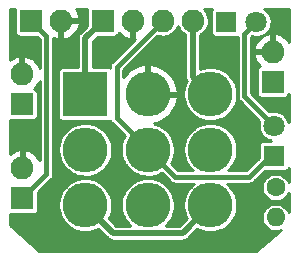
<source format=gtl>
G04 #@! TF.GenerationSoftware,KiCad,Pcbnew,(5.99.0-1105-g741783c6d)*
G04 #@! TF.CreationDate,2020-03-14T19:36:21+02:00*
G04 #@! TF.ProjectId,3pdt-basic,33706474-2d62-4617-9369-632e6b696361,rev?*
G04 #@! TF.SameCoordinates,Original*
G04 #@! TF.FileFunction,Copper,L1,Top*
G04 #@! TF.FilePolarity,Positive*
%FSLAX46Y46*%
G04 Gerber Fmt 4.6, Leading zero omitted, Abs format (unit mm)*
G04 Created by KiCad (PCBNEW (5.99.0-1105-g741783c6d)) date 2020-03-14 19:36:21*
%MOMM*%
%LPD*%
G01*
G04 APERTURE LIST*
G04 #@! TA.AperFunction,ComponentPad*
%ADD10C,1.800000*%
G04 #@! TD*
G04 #@! TA.AperFunction,ComponentPad*
%ADD11R,1.800000X1.800000*%
G04 #@! TD*
G04 #@! TA.AperFunction,ComponentPad*
%ADD12O,3.816000X3.816000*%
G04 #@! TD*
G04 #@! TA.AperFunction,ComponentPad*
%ADD13R,3.816000X3.816000*%
G04 #@! TD*
G04 #@! TA.AperFunction,ComponentPad*
%ADD14O,1.930400X1.930400*%
G04 #@! TD*
G04 #@! TA.AperFunction,ComponentPad*
%ADD15R,1.930400X1.930400*%
G04 #@! TD*
G04 #@! TA.AperFunction,ComponentPad*
%ADD16O,1.600000X1.600000*%
G04 #@! TD*
G04 #@! TA.AperFunction,ComponentPad*
%ADD17C,1.600000*%
G04 #@! TD*
G04 #@! TA.AperFunction,Conductor*
%ADD18C,0.381000*%
G04 #@! TD*
G04 #@! TA.AperFunction,Conductor*
%ADD19C,0.508000*%
G04 #@! TD*
G04 #@! TA.AperFunction,Conductor*
%ADD20C,0.254000*%
G04 #@! TD*
G04 APERTURE END LIST*
D10*
X156921200Y-83820000D03*
D11*
X154381200Y-83820000D03*
D12*
X153026400Y-99340400D03*
X153026400Y-94640400D03*
X153026400Y-89940400D03*
X147726400Y-99340400D03*
X147726400Y-94640400D03*
X147726400Y-89940400D03*
X142426400Y-99340400D03*
X142426400Y-94640400D03*
D13*
X142426400Y-89940400D03*
D14*
X137109200Y-96215200D03*
D15*
X137109200Y-98755200D03*
D14*
X140360400Y-83718400D03*
D15*
X137820400Y-83718400D03*
D14*
X151536400Y-83718400D03*
X148996400Y-83718400D03*
X146456400Y-83718400D03*
D15*
X143916400Y-83718400D03*
D16*
X158546800Y-100380800D03*
D17*
X158546800Y-97840800D03*
D10*
X158394400Y-92608400D03*
D11*
X158394400Y-95148400D03*
D15*
X137058400Y-90805000D03*
D14*
X137058400Y-88265000D03*
D15*
X158292800Y-88900000D03*
D14*
X158292800Y-86360000D03*
D18*
X137109200Y-98755200D02*
X139141200Y-96723200D01*
X139141200Y-96723200D02*
X139141200Y-85039200D01*
X139141200Y-85039200D02*
X137820400Y-83718400D01*
X147726400Y-94640400D02*
X145084800Y-91998800D01*
X145084800Y-91998800D02*
X145084800Y-87630000D01*
X145084800Y-87630000D02*
X148996400Y-83718400D01*
X158394400Y-92608400D02*
X155905200Y-90119200D01*
X155905200Y-90119200D02*
X155905200Y-84836000D01*
X155905200Y-84836000D02*
X156921200Y-83820000D01*
X158394400Y-94843600D02*
X156299099Y-96938901D01*
X156299099Y-96938901D02*
X150024901Y-96938901D01*
X150024901Y-96938901D02*
X147726400Y-94640400D01*
D19*
X142426400Y-99340400D02*
X144788401Y-101702401D01*
X144788401Y-101702401D02*
X150664399Y-101702401D01*
X150664399Y-101702401D02*
X153026400Y-99340400D01*
X151536400Y-83718400D02*
X151536400Y-88450400D01*
X151536400Y-88450400D02*
X153026400Y-89940400D01*
X142426400Y-89940400D02*
X142426400Y-85208400D01*
X142426400Y-85208400D02*
X143916400Y-83718400D01*
G36*
X142567437Y-82734690D02*
G01*
X142566224Y-82747010D01*
X142566224Y-84169138D01*
X141996315Y-84739047D01*
X141940256Y-84786086D01*
X141926085Y-84802975D01*
X141889499Y-84866343D01*
X141847517Y-84926299D01*
X141838199Y-84946283D01*
X141833743Y-84962915D01*
X141825135Y-84977824D01*
X141817594Y-84998542D01*
X141804885Y-85070616D01*
X141785945Y-85141303D01*
X141784024Y-85163265D01*
X141790401Y-85236166D01*
X141790400Y-87647424D01*
X140512210Y-87647424D01*
X140499890Y-87648637D01*
X140382542Y-87671979D01*
X140359611Y-87681477D01*
X140254956Y-87751405D01*
X140237405Y-87768956D01*
X140167477Y-87873611D01*
X140157979Y-87896542D01*
X140134637Y-88013890D01*
X140133424Y-88026210D01*
X140133424Y-91854590D01*
X140134637Y-91866910D01*
X140157979Y-91984258D01*
X140167477Y-92007189D01*
X140237405Y-92111844D01*
X140254956Y-92129395D01*
X140359611Y-92199323D01*
X140382542Y-92208821D01*
X140499890Y-92232163D01*
X140512210Y-92233376D01*
X144340590Y-92233376D01*
X144352910Y-92232163D01*
X144470258Y-92208821D01*
X144493189Y-92199323D01*
X144534017Y-92172043D01*
X144536584Y-92186601D01*
X144544124Y-92207316D01*
X144551317Y-92219777D01*
X144555041Y-92233671D01*
X144564357Y-92253650D01*
X144601493Y-92306686D01*
X144633877Y-92362778D01*
X144648049Y-92379668D01*
X144697669Y-92421304D01*
X145754742Y-93478377D01*
X145701888Y-93563622D01*
X145697873Y-93571204D01*
X145574483Y-93848342D01*
X145571535Y-93856399D01*
X145486898Y-94147719D01*
X145485070Y-94156102D01*
X145440754Y-94456212D01*
X145440081Y-94464766D01*
X145436904Y-94768114D01*
X145437398Y-94776680D01*
X145475420Y-95077653D01*
X145477072Y-95086072D01*
X145555589Y-95379101D01*
X145558368Y-95387218D01*
X145675927Y-95666879D01*
X145679782Y-95674544D01*
X145834207Y-95935663D01*
X145839067Y-95942734D01*
X146027501Y-96180479D01*
X146033276Y-96186824D01*
X146252232Y-96396797D01*
X146258814Y-96402301D01*
X146504242Y-96580614D01*
X146511510Y-96585173D01*
X146778866Y-96728528D01*
X146786686Y-96732059D01*
X147071025Y-96837804D01*
X147079251Y-96840241D01*
X147375310Y-96906418D01*
X147383792Y-96907716D01*
X147686092Y-96933101D01*
X147694671Y-96933236D01*
X147997621Y-96917359D01*
X148006139Y-96916328D01*
X148304130Y-96859483D01*
X148312429Y-96857306D01*
X148599950Y-96760544D01*
X148607877Y-96757261D01*
X148879604Y-96622374D01*
X148887011Y-96618046D01*
X148891416Y-96615052D01*
X149602404Y-97326040D01*
X149644033Y-97375652D01*
X149660922Y-97389823D01*
X149717007Y-97422204D01*
X149770050Y-97459344D01*
X149790030Y-97468661D01*
X149803925Y-97472384D01*
X149816382Y-97479576D01*
X149837098Y-97487116D01*
X149900866Y-97498361D01*
X149963422Y-97515123D01*
X149985385Y-97517044D01*
X150049891Y-97511401D01*
X151648912Y-97511401D01*
X151596034Y-97548152D01*
X151589338Y-97553516D01*
X151366033Y-97758857D01*
X151360127Y-97765080D01*
X151166755Y-97998826D01*
X151161748Y-98005794D01*
X151001888Y-98263622D01*
X150997873Y-98271204D01*
X150874483Y-98548342D01*
X150871535Y-98556399D01*
X150786898Y-98847719D01*
X150785070Y-98856102D01*
X150740754Y-99156212D01*
X150740081Y-99164766D01*
X150736904Y-99468114D01*
X150737398Y-99476680D01*
X150775420Y-99777653D01*
X150777072Y-99786072D01*
X150855589Y-100079101D01*
X150858368Y-100087218D01*
X150975927Y-100366879D01*
X150979782Y-100374544D01*
X151021788Y-100445572D01*
X150400960Y-101066401D01*
X149228892Y-101066401D01*
X149370114Y-100939245D01*
X149376085Y-100933083D01*
X149571895Y-100701374D01*
X149576975Y-100694459D01*
X149739526Y-100438319D01*
X149743620Y-100430779D01*
X149869905Y-100154949D01*
X149872937Y-100146923D01*
X149960619Y-99856505D01*
X149962535Y-99848142D01*
X150010043Y-99548186D01*
X150010817Y-99538977D01*
X150014474Y-99189706D01*
X150013894Y-99180484D01*
X149972678Y-98879600D01*
X149970938Y-98871198D01*
X149889357Y-98579008D01*
X149886493Y-98570921D01*
X149766012Y-98292505D01*
X149762077Y-98284881D01*
X149604926Y-98025393D01*
X149599992Y-98018374D01*
X149409079Y-97782615D01*
X149403238Y-97776330D01*
X149182095Y-97568662D01*
X149175455Y-97563228D01*
X148928174Y-97387494D01*
X148920858Y-97383011D01*
X148652014Y-97242463D01*
X148644158Y-97239014D01*
X148358729Y-97136254D01*
X148350477Y-97133903D01*
X148053741Y-97070829D01*
X148045246Y-97069621D01*
X147742697Y-97047403D01*
X147734117Y-97047358D01*
X147431350Y-97066406D01*
X147422843Y-97067526D01*
X147125464Y-97127489D01*
X147117188Y-97129753D01*
X146830697Y-97229519D01*
X146822804Y-97232886D01*
X146552505Y-97370611D01*
X146545143Y-97375017D01*
X146296034Y-97548152D01*
X146289338Y-97553516D01*
X146066033Y-97758857D01*
X146060127Y-97765080D01*
X145866755Y-97998826D01*
X145861748Y-98005794D01*
X145701888Y-98263622D01*
X145697873Y-98271204D01*
X145574483Y-98548342D01*
X145571535Y-98556399D01*
X145486898Y-98847719D01*
X145485070Y-98856102D01*
X145440754Y-99156212D01*
X145440081Y-99164766D01*
X145436904Y-99468114D01*
X145437398Y-99476680D01*
X145475420Y-99777653D01*
X145477072Y-99786072D01*
X145555589Y-100079101D01*
X145558368Y-100087218D01*
X145675927Y-100366879D01*
X145679782Y-100374544D01*
X145834207Y-100635663D01*
X145839067Y-100642734D01*
X146027501Y-100880479D01*
X146033276Y-100886824D01*
X146220536Y-101066401D01*
X145051841Y-101066401D01*
X144433404Y-100447965D01*
X144439526Y-100438319D01*
X144443620Y-100430779D01*
X144569905Y-100154949D01*
X144572937Y-100146923D01*
X144660619Y-99856505D01*
X144662535Y-99848142D01*
X144710043Y-99548186D01*
X144710817Y-99538977D01*
X144714474Y-99189706D01*
X144713894Y-99180484D01*
X144672678Y-98879600D01*
X144670938Y-98871198D01*
X144589357Y-98579008D01*
X144586493Y-98570921D01*
X144466012Y-98292505D01*
X144462077Y-98284881D01*
X144304926Y-98025393D01*
X144299992Y-98018374D01*
X144109079Y-97782615D01*
X144103238Y-97776330D01*
X143882095Y-97568662D01*
X143875455Y-97563228D01*
X143628174Y-97387494D01*
X143620858Y-97383011D01*
X143352014Y-97242463D01*
X143344158Y-97239014D01*
X143058729Y-97136254D01*
X143050477Y-97133903D01*
X142753741Y-97070829D01*
X142745246Y-97069621D01*
X142442697Y-97047403D01*
X142434117Y-97047358D01*
X142131350Y-97066406D01*
X142122843Y-97067526D01*
X141825464Y-97127489D01*
X141817188Y-97129753D01*
X141530697Y-97229519D01*
X141522804Y-97232886D01*
X141252505Y-97370611D01*
X141245143Y-97375017D01*
X140996034Y-97548152D01*
X140989338Y-97553516D01*
X140766033Y-97758857D01*
X140760127Y-97765080D01*
X140566755Y-97998826D01*
X140561748Y-98005794D01*
X140401888Y-98263622D01*
X140397873Y-98271204D01*
X140274483Y-98548342D01*
X140271535Y-98556399D01*
X140186898Y-98847719D01*
X140185070Y-98856102D01*
X140140754Y-99156212D01*
X140140081Y-99164766D01*
X140136904Y-99468114D01*
X140137398Y-99476680D01*
X140175420Y-99777653D01*
X140177072Y-99786072D01*
X140255589Y-100079101D01*
X140258368Y-100087218D01*
X140375927Y-100366879D01*
X140379782Y-100374544D01*
X140534207Y-100635663D01*
X140539067Y-100642734D01*
X140727501Y-100880479D01*
X140733276Y-100886824D01*
X140952232Y-101096797D01*
X140958814Y-101102301D01*
X141204242Y-101280614D01*
X141211510Y-101285173D01*
X141478866Y-101428528D01*
X141486686Y-101432059D01*
X141771025Y-101537804D01*
X141779251Y-101540241D01*
X142075310Y-101606418D01*
X142083792Y-101607716D01*
X142386092Y-101633101D01*
X142394671Y-101633236D01*
X142697621Y-101617359D01*
X142706139Y-101616328D01*
X143004130Y-101559483D01*
X143012429Y-101557306D01*
X143299950Y-101460544D01*
X143307877Y-101457261D01*
X143532378Y-101345817D01*
X144319048Y-102132487D01*
X144366087Y-102188546D01*
X144382976Y-102202717D01*
X144446351Y-102239308D01*
X144506299Y-102281284D01*
X144526282Y-102290602D01*
X144542915Y-102295059D01*
X144557826Y-102303668D01*
X144578544Y-102311208D01*
X144650614Y-102323917D01*
X144721302Y-102342857D01*
X144743265Y-102344778D01*
X144816163Y-102338401D01*
X150636648Y-102338401D01*
X150709534Y-102344777D01*
X150731496Y-102342856D01*
X150802172Y-102323919D01*
X150874256Y-102311209D01*
X150894972Y-102303668D01*
X150909887Y-102295058D01*
X150926519Y-102290601D01*
X150946500Y-102281284D01*
X151006444Y-102239311D01*
X151069824Y-102202717D01*
X151086713Y-102188546D01*
X151133752Y-102132487D01*
X151921885Y-101344355D01*
X152078866Y-101428528D01*
X152086686Y-101432059D01*
X152371025Y-101537804D01*
X152379251Y-101540241D01*
X152675310Y-101606418D01*
X152683792Y-101607716D01*
X152986092Y-101633101D01*
X152994671Y-101633236D01*
X153297621Y-101617359D01*
X153306139Y-101616328D01*
X153604130Y-101559483D01*
X153612429Y-101557306D01*
X153899950Y-101460544D01*
X153907877Y-101457261D01*
X154179604Y-101322374D01*
X154187011Y-101318045D01*
X154437919Y-101147529D01*
X154444670Y-101142235D01*
X154670114Y-100939245D01*
X154676085Y-100933083D01*
X154871895Y-100701374D01*
X154876975Y-100694459D01*
X155039526Y-100438319D01*
X155043620Y-100430779D01*
X155169905Y-100154949D01*
X155172937Y-100146923D01*
X155260619Y-99856505D01*
X155262535Y-99848142D01*
X155310043Y-99548186D01*
X155310817Y-99538977D01*
X155314474Y-99189706D01*
X155313894Y-99180484D01*
X155272678Y-98879600D01*
X155270938Y-98871198D01*
X155189357Y-98579008D01*
X155186493Y-98570921D01*
X155066012Y-98292505D01*
X155062077Y-98284881D01*
X154904926Y-98025393D01*
X154899992Y-98018374D01*
X154709079Y-97782615D01*
X154703238Y-97776330D01*
X154482095Y-97568662D01*
X154475455Y-97563228D01*
X154402528Y-97511401D01*
X156274108Y-97511401D01*
X156338614Y-97517044D01*
X156360578Y-97515123D01*
X156423124Y-97498362D01*
X156486902Y-97487117D01*
X156507620Y-97479576D01*
X156520077Y-97472384D01*
X156533967Y-97468662D01*
X156553949Y-97459344D01*
X156606981Y-97422211D01*
X156663077Y-97389824D01*
X156679967Y-97375652D01*
X156721603Y-97326032D01*
X157614259Y-96433376D01*
X159300590Y-96433376D01*
X159312910Y-96432163D01*
X159430258Y-96408821D01*
X159453189Y-96399323D01*
X159557844Y-96329395D01*
X159575395Y-96311844D01*
X159640001Y-96215154D01*
X159640001Y-97396447D01*
X159596074Y-97289871D01*
X159590287Y-97278989D01*
X159469081Y-97096558D01*
X159461291Y-97087007D01*
X159306959Y-96931593D01*
X159297462Y-96923737D01*
X159115882Y-96801260D01*
X159105041Y-96795398D01*
X158903130Y-96710523D01*
X158891356Y-96706879D01*
X158676805Y-96662837D01*
X158664548Y-96661549D01*
X158445528Y-96660020D01*
X158433254Y-96661137D01*
X158218109Y-96702179D01*
X158206285Y-96705658D01*
X158003210Y-96787706D01*
X157992288Y-96793416D01*
X157809016Y-96913346D01*
X157799411Y-96921069D01*
X157642923Y-97074312D01*
X157635000Y-97083753D01*
X157511258Y-97264474D01*
X157505320Y-97275274D01*
X157419038Y-97476588D01*
X157415312Y-97488335D01*
X157369773Y-97702574D01*
X157368399Y-97714822D01*
X157365341Y-97933826D01*
X157366373Y-97946108D01*
X157405912Y-98161534D01*
X157409309Y-98173381D01*
X157489937Y-98377025D01*
X157495570Y-98387987D01*
X157614218Y-98572092D01*
X157621874Y-98581751D01*
X157774021Y-98739304D01*
X157783407Y-98747292D01*
X157963258Y-98872293D01*
X157974017Y-98878306D01*
X158174723Y-98965992D01*
X158186445Y-98969800D01*
X158400360Y-99016833D01*
X158412598Y-99018292D01*
X158631575Y-99022879D01*
X158643864Y-99021934D01*
X158859561Y-98983901D01*
X158871432Y-98980586D01*
X159075634Y-98901381D01*
X159086635Y-98895824D01*
X159271563Y-98778464D01*
X159281275Y-98770877D01*
X159439888Y-98619833D01*
X159447941Y-98610503D01*
X159574194Y-98431528D01*
X159580281Y-98420812D01*
X159640001Y-98286680D01*
X159640001Y-99936447D01*
X159596074Y-99829871D01*
X159590287Y-99818989D01*
X159469081Y-99636558D01*
X159461291Y-99627007D01*
X159306959Y-99471593D01*
X159297462Y-99463737D01*
X159115882Y-99341260D01*
X159105041Y-99335398D01*
X158903130Y-99250523D01*
X158891356Y-99246879D01*
X158676805Y-99202837D01*
X158664548Y-99201549D01*
X158445528Y-99200020D01*
X158433254Y-99201137D01*
X158218109Y-99242179D01*
X158206285Y-99245658D01*
X158003210Y-99327706D01*
X157992288Y-99333416D01*
X157809016Y-99453346D01*
X157799411Y-99461069D01*
X157642923Y-99614312D01*
X157635000Y-99623753D01*
X157511258Y-99804474D01*
X157505320Y-99815274D01*
X157419038Y-100016588D01*
X157415312Y-100028335D01*
X157369773Y-100242574D01*
X157368399Y-100254822D01*
X157365341Y-100473826D01*
X157366373Y-100486108D01*
X157405912Y-100701534D01*
X157409309Y-100713381D01*
X157489937Y-100917025D01*
X157495570Y-100927987D01*
X157614218Y-101112092D01*
X157621874Y-101121751D01*
X157774021Y-101279304D01*
X157783407Y-101287292D01*
X157963258Y-101412293D01*
X157974017Y-101418306D01*
X158174723Y-101505992D01*
X158186445Y-101509800D01*
X158400360Y-101556833D01*
X158412598Y-101558292D01*
X158631575Y-101562879D01*
X158643864Y-101561934D01*
X158859561Y-101523901D01*
X158871432Y-101520586D01*
X159028284Y-101459747D01*
X156887749Y-103201200D01*
X138523421Y-103201200D01*
X136066800Y-101022688D01*
X136066800Y-100092489D01*
X136125490Y-100104163D01*
X136137810Y-100105376D01*
X138080590Y-100105376D01*
X138092910Y-100104163D01*
X138210258Y-100080821D01*
X138233189Y-100071323D01*
X138337844Y-100001395D01*
X138355395Y-99983844D01*
X138425323Y-99879189D01*
X138434821Y-99856258D01*
X138458163Y-99738910D01*
X138459376Y-99726590D01*
X138459376Y-98214659D01*
X139528346Y-97145690D01*
X139577950Y-97104068D01*
X139592122Y-97087179D01*
X139624503Y-97031094D01*
X139661643Y-96978051D01*
X139670960Y-96958071D01*
X139674683Y-96944176D01*
X139681875Y-96931719D01*
X139689415Y-96911003D01*
X139700660Y-96847235D01*
X139717422Y-96784679D01*
X139719343Y-96762716D01*
X139713700Y-96698210D01*
X139713700Y-94768114D01*
X140136904Y-94768114D01*
X140137398Y-94776680D01*
X140175420Y-95077653D01*
X140177072Y-95086072D01*
X140255589Y-95379101D01*
X140258368Y-95387218D01*
X140375927Y-95666879D01*
X140379782Y-95674544D01*
X140534207Y-95935663D01*
X140539067Y-95942734D01*
X140727501Y-96180479D01*
X140733276Y-96186824D01*
X140952232Y-96396797D01*
X140958814Y-96402301D01*
X141204242Y-96580614D01*
X141211510Y-96585173D01*
X141478866Y-96728528D01*
X141486686Y-96732059D01*
X141771025Y-96837804D01*
X141779251Y-96840241D01*
X142075310Y-96906418D01*
X142083792Y-96907716D01*
X142386092Y-96933101D01*
X142394671Y-96933236D01*
X142697621Y-96917359D01*
X142706139Y-96916328D01*
X143004130Y-96859483D01*
X143012429Y-96857306D01*
X143299950Y-96760544D01*
X143307877Y-96757261D01*
X143579604Y-96622374D01*
X143587011Y-96618045D01*
X143837919Y-96447529D01*
X143844670Y-96442235D01*
X144070114Y-96239245D01*
X144076085Y-96233083D01*
X144271895Y-96001374D01*
X144276975Y-95994459D01*
X144439526Y-95738319D01*
X144443620Y-95730779D01*
X144569905Y-95454949D01*
X144572937Y-95446923D01*
X144660619Y-95156505D01*
X144662535Y-95148142D01*
X144710043Y-94848186D01*
X144710817Y-94838977D01*
X144714474Y-94489706D01*
X144713894Y-94480484D01*
X144672678Y-94179600D01*
X144670938Y-94171198D01*
X144589357Y-93879008D01*
X144586493Y-93870921D01*
X144466012Y-93592505D01*
X144462077Y-93584881D01*
X144304926Y-93325393D01*
X144299992Y-93318374D01*
X144109079Y-93082615D01*
X144103238Y-93076330D01*
X143882095Y-92868662D01*
X143875455Y-92863228D01*
X143628174Y-92687494D01*
X143620858Y-92683011D01*
X143352014Y-92542463D01*
X143344158Y-92539014D01*
X143058729Y-92436254D01*
X143050477Y-92433903D01*
X142753741Y-92370829D01*
X142745246Y-92369621D01*
X142442697Y-92347403D01*
X142434117Y-92347358D01*
X142131350Y-92366406D01*
X142122843Y-92367526D01*
X141825464Y-92427489D01*
X141817188Y-92429753D01*
X141530697Y-92529519D01*
X141522804Y-92532886D01*
X141252505Y-92670611D01*
X141245143Y-92675017D01*
X140996034Y-92848152D01*
X140989338Y-92853516D01*
X140766033Y-93058857D01*
X140760127Y-93065080D01*
X140566755Y-93298826D01*
X140561748Y-93305794D01*
X140401888Y-93563622D01*
X140397873Y-93571204D01*
X140274483Y-93848342D01*
X140271535Y-93856399D01*
X140186898Y-94147719D01*
X140185070Y-94156102D01*
X140140754Y-94456212D01*
X140140081Y-94464766D01*
X140136904Y-94768114D01*
X139713700Y-94768114D01*
X139713700Y-85181917D01*
X139783273Y-85215251D01*
X139792935Y-85218940D01*
X140035498Y-85289412D01*
X140045632Y-85291473D01*
X140147709Y-85303646D01*
X140232400Y-85228454D01*
X140232400Y-83920209D01*
X140488400Y-83920209D01*
X140488400Y-85230701D01*
X140581812Y-85306344D01*
X140816445Y-85256470D01*
X140826350Y-85253499D01*
X141061528Y-85161333D01*
X141070815Y-85156784D01*
X141287782Y-85027446D01*
X141296201Y-85021441D01*
X141489130Y-84858403D01*
X141496455Y-84851103D01*
X141660166Y-84658744D01*
X141666201Y-84650346D01*
X141796295Y-84433831D01*
X141800877Y-84424561D01*
X141893863Y-84189706D01*
X141896870Y-84179811D01*
X141948685Y-83940153D01*
X141873036Y-83846400D01*
X140562209Y-83846400D01*
X140488400Y-83920209D01*
X140232400Y-83920209D01*
X140232400Y-83590400D01*
X141870034Y-83590400D01*
X141945519Y-83501391D01*
X141917574Y-83332596D01*
X141915055Y-83322566D01*
X141833653Y-83083450D01*
X141829530Y-83073966D01*
X141710167Y-82851355D01*
X141704549Y-82842671D01*
X141615316Y-82726800D01*
X142569006Y-82726800D01*
X142567437Y-82734690D01*
G37*
D20*
X142567437Y-82734690D02*
X142566224Y-82747010D01*
X142566224Y-84169138D01*
X141996315Y-84739047D01*
X141940256Y-84786086D01*
X141926085Y-84802975D01*
X141889499Y-84866343D01*
X141847517Y-84926299D01*
X141838199Y-84946283D01*
X141833743Y-84962915D01*
X141825135Y-84977824D01*
X141817594Y-84998542D01*
X141804885Y-85070616D01*
X141785945Y-85141303D01*
X141784024Y-85163265D01*
X141790401Y-85236166D01*
X141790400Y-87647424D01*
X140512210Y-87647424D01*
X140499890Y-87648637D01*
X140382542Y-87671979D01*
X140359611Y-87681477D01*
X140254956Y-87751405D01*
X140237405Y-87768956D01*
X140167477Y-87873611D01*
X140157979Y-87896542D01*
X140134637Y-88013890D01*
X140133424Y-88026210D01*
X140133424Y-91854590D01*
X140134637Y-91866910D01*
X140157979Y-91984258D01*
X140167477Y-92007189D01*
X140237405Y-92111844D01*
X140254956Y-92129395D01*
X140359611Y-92199323D01*
X140382542Y-92208821D01*
X140499890Y-92232163D01*
X140512210Y-92233376D01*
X144340590Y-92233376D01*
X144352910Y-92232163D01*
X144470258Y-92208821D01*
X144493189Y-92199323D01*
X144534017Y-92172043D01*
X144536584Y-92186601D01*
X144544124Y-92207316D01*
X144551317Y-92219777D01*
X144555041Y-92233671D01*
X144564357Y-92253650D01*
X144601493Y-92306686D01*
X144633877Y-92362778D01*
X144648049Y-92379668D01*
X144697669Y-92421304D01*
X145754742Y-93478377D01*
X145701888Y-93563622D01*
X145697873Y-93571204D01*
X145574483Y-93848342D01*
X145571535Y-93856399D01*
X145486898Y-94147719D01*
X145485070Y-94156102D01*
X145440754Y-94456212D01*
X145440081Y-94464766D01*
X145436904Y-94768114D01*
X145437398Y-94776680D01*
X145475420Y-95077653D01*
X145477072Y-95086072D01*
X145555589Y-95379101D01*
X145558368Y-95387218D01*
X145675927Y-95666879D01*
X145679782Y-95674544D01*
X145834207Y-95935663D01*
X145839067Y-95942734D01*
X146027501Y-96180479D01*
X146033276Y-96186824D01*
X146252232Y-96396797D01*
X146258814Y-96402301D01*
X146504242Y-96580614D01*
X146511510Y-96585173D01*
X146778866Y-96728528D01*
X146786686Y-96732059D01*
X147071025Y-96837804D01*
X147079251Y-96840241D01*
X147375310Y-96906418D01*
X147383792Y-96907716D01*
X147686092Y-96933101D01*
X147694671Y-96933236D01*
X147997621Y-96917359D01*
X148006139Y-96916328D01*
X148304130Y-96859483D01*
X148312429Y-96857306D01*
X148599950Y-96760544D01*
X148607877Y-96757261D01*
X148879604Y-96622374D01*
X148887011Y-96618046D01*
X148891416Y-96615052D01*
X149602404Y-97326040D01*
X149644033Y-97375652D01*
X149660922Y-97389823D01*
X149717007Y-97422204D01*
X149770050Y-97459344D01*
X149790030Y-97468661D01*
X149803925Y-97472384D01*
X149816382Y-97479576D01*
X149837098Y-97487116D01*
X149900866Y-97498361D01*
X149963422Y-97515123D01*
X149985385Y-97517044D01*
X150049891Y-97511401D01*
X151648912Y-97511401D01*
X151596034Y-97548152D01*
X151589338Y-97553516D01*
X151366033Y-97758857D01*
X151360127Y-97765080D01*
X151166755Y-97998826D01*
X151161748Y-98005794D01*
X151001888Y-98263622D01*
X150997873Y-98271204D01*
X150874483Y-98548342D01*
X150871535Y-98556399D01*
X150786898Y-98847719D01*
X150785070Y-98856102D01*
X150740754Y-99156212D01*
X150740081Y-99164766D01*
X150736904Y-99468114D01*
X150737398Y-99476680D01*
X150775420Y-99777653D01*
X150777072Y-99786072D01*
X150855589Y-100079101D01*
X150858368Y-100087218D01*
X150975927Y-100366879D01*
X150979782Y-100374544D01*
X151021788Y-100445572D01*
X150400960Y-101066401D01*
X149228892Y-101066401D01*
X149370114Y-100939245D01*
X149376085Y-100933083D01*
X149571895Y-100701374D01*
X149576975Y-100694459D01*
X149739526Y-100438319D01*
X149743620Y-100430779D01*
X149869905Y-100154949D01*
X149872937Y-100146923D01*
X149960619Y-99856505D01*
X149962535Y-99848142D01*
X150010043Y-99548186D01*
X150010817Y-99538977D01*
X150014474Y-99189706D01*
X150013894Y-99180484D01*
X149972678Y-98879600D01*
X149970938Y-98871198D01*
X149889357Y-98579008D01*
X149886493Y-98570921D01*
X149766012Y-98292505D01*
X149762077Y-98284881D01*
X149604926Y-98025393D01*
X149599992Y-98018374D01*
X149409079Y-97782615D01*
X149403238Y-97776330D01*
X149182095Y-97568662D01*
X149175455Y-97563228D01*
X148928174Y-97387494D01*
X148920858Y-97383011D01*
X148652014Y-97242463D01*
X148644158Y-97239014D01*
X148358729Y-97136254D01*
X148350477Y-97133903D01*
X148053741Y-97070829D01*
X148045246Y-97069621D01*
X147742697Y-97047403D01*
X147734117Y-97047358D01*
X147431350Y-97066406D01*
X147422843Y-97067526D01*
X147125464Y-97127489D01*
X147117188Y-97129753D01*
X146830697Y-97229519D01*
X146822804Y-97232886D01*
X146552505Y-97370611D01*
X146545143Y-97375017D01*
X146296034Y-97548152D01*
X146289338Y-97553516D01*
X146066033Y-97758857D01*
X146060127Y-97765080D01*
X145866755Y-97998826D01*
X145861748Y-98005794D01*
X145701888Y-98263622D01*
X145697873Y-98271204D01*
X145574483Y-98548342D01*
X145571535Y-98556399D01*
X145486898Y-98847719D01*
X145485070Y-98856102D01*
X145440754Y-99156212D01*
X145440081Y-99164766D01*
X145436904Y-99468114D01*
X145437398Y-99476680D01*
X145475420Y-99777653D01*
X145477072Y-99786072D01*
X145555589Y-100079101D01*
X145558368Y-100087218D01*
X145675927Y-100366879D01*
X145679782Y-100374544D01*
X145834207Y-100635663D01*
X145839067Y-100642734D01*
X146027501Y-100880479D01*
X146033276Y-100886824D01*
X146220536Y-101066401D01*
X145051841Y-101066401D01*
X144433404Y-100447965D01*
X144439526Y-100438319D01*
X144443620Y-100430779D01*
X144569905Y-100154949D01*
X144572937Y-100146923D01*
X144660619Y-99856505D01*
X144662535Y-99848142D01*
X144710043Y-99548186D01*
X144710817Y-99538977D01*
X144714474Y-99189706D01*
X144713894Y-99180484D01*
X144672678Y-98879600D01*
X144670938Y-98871198D01*
X144589357Y-98579008D01*
X144586493Y-98570921D01*
X144466012Y-98292505D01*
X144462077Y-98284881D01*
X144304926Y-98025393D01*
X144299992Y-98018374D01*
X144109079Y-97782615D01*
X144103238Y-97776330D01*
X143882095Y-97568662D01*
X143875455Y-97563228D01*
X143628174Y-97387494D01*
X143620858Y-97383011D01*
X143352014Y-97242463D01*
X143344158Y-97239014D01*
X143058729Y-97136254D01*
X143050477Y-97133903D01*
X142753741Y-97070829D01*
X142745246Y-97069621D01*
X142442697Y-97047403D01*
X142434117Y-97047358D01*
X142131350Y-97066406D01*
X142122843Y-97067526D01*
X141825464Y-97127489D01*
X141817188Y-97129753D01*
X141530697Y-97229519D01*
X141522804Y-97232886D01*
X141252505Y-97370611D01*
X141245143Y-97375017D01*
X140996034Y-97548152D01*
X140989338Y-97553516D01*
X140766033Y-97758857D01*
X140760127Y-97765080D01*
X140566755Y-97998826D01*
X140561748Y-98005794D01*
X140401888Y-98263622D01*
X140397873Y-98271204D01*
X140274483Y-98548342D01*
X140271535Y-98556399D01*
X140186898Y-98847719D01*
X140185070Y-98856102D01*
X140140754Y-99156212D01*
X140140081Y-99164766D01*
X140136904Y-99468114D01*
X140137398Y-99476680D01*
X140175420Y-99777653D01*
X140177072Y-99786072D01*
X140255589Y-100079101D01*
X140258368Y-100087218D01*
X140375927Y-100366879D01*
X140379782Y-100374544D01*
X140534207Y-100635663D01*
X140539067Y-100642734D01*
X140727501Y-100880479D01*
X140733276Y-100886824D01*
X140952232Y-101096797D01*
X140958814Y-101102301D01*
X141204242Y-101280614D01*
X141211510Y-101285173D01*
X141478866Y-101428528D01*
X141486686Y-101432059D01*
X141771025Y-101537804D01*
X141779251Y-101540241D01*
X142075310Y-101606418D01*
X142083792Y-101607716D01*
X142386092Y-101633101D01*
X142394671Y-101633236D01*
X142697621Y-101617359D01*
X142706139Y-101616328D01*
X143004130Y-101559483D01*
X143012429Y-101557306D01*
X143299950Y-101460544D01*
X143307877Y-101457261D01*
X143532378Y-101345817D01*
X144319048Y-102132487D01*
X144366087Y-102188546D01*
X144382976Y-102202717D01*
X144446351Y-102239308D01*
X144506299Y-102281284D01*
X144526282Y-102290602D01*
X144542915Y-102295059D01*
X144557826Y-102303668D01*
X144578544Y-102311208D01*
X144650614Y-102323917D01*
X144721302Y-102342857D01*
X144743265Y-102344778D01*
X144816163Y-102338401D01*
X150636648Y-102338401D01*
X150709534Y-102344777D01*
X150731496Y-102342856D01*
X150802172Y-102323919D01*
X150874256Y-102311209D01*
X150894972Y-102303668D01*
X150909887Y-102295058D01*
X150926519Y-102290601D01*
X150946500Y-102281284D01*
X151006444Y-102239311D01*
X151069824Y-102202717D01*
X151086713Y-102188546D01*
X151133752Y-102132487D01*
X151921885Y-101344355D01*
X152078866Y-101428528D01*
X152086686Y-101432059D01*
X152371025Y-101537804D01*
X152379251Y-101540241D01*
X152675310Y-101606418D01*
X152683792Y-101607716D01*
X152986092Y-101633101D01*
X152994671Y-101633236D01*
X153297621Y-101617359D01*
X153306139Y-101616328D01*
X153604130Y-101559483D01*
X153612429Y-101557306D01*
X153899950Y-101460544D01*
X153907877Y-101457261D01*
X154179604Y-101322374D01*
X154187011Y-101318045D01*
X154437919Y-101147529D01*
X154444670Y-101142235D01*
X154670114Y-100939245D01*
X154676085Y-100933083D01*
X154871895Y-100701374D01*
X154876975Y-100694459D01*
X155039526Y-100438319D01*
X155043620Y-100430779D01*
X155169905Y-100154949D01*
X155172937Y-100146923D01*
X155260619Y-99856505D01*
X155262535Y-99848142D01*
X155310043Y-99548186D01*
X155310817Y-99538977D01*
X155314474Y-99189706D01*
X155313894Y-99180484D01*
X155272678Y-98879600D01*
X155270938Y-98871198D01*
X155189357Y-98579008D01*
X155186493Y-98570921D01*
X155066012Y-98292505D01*
X155062077Y-98284881D01*
X154904926Y-98025393D01*
X154899992Y-98018374D01*
X154709079Y-97782615D01*
X154703238Y-97776330D01*
X154482095Y-97568662D01*
X154475455Y-97563228D01*
X154402528Y-97511401D01*
X156274108Y-97511401D01*
X156338614Y-97517044D01*
X156360578Y-97515123D01*
X156423124Y-97498362D01*
X156486902Y-97487117D01*
X156507620Y-97479576D01*
X156520077Y-97472384D01*
X156533967Y-97468662D01*
X156553949Y-97459344D01*
X156606981Y-97422211D01*
X156663077Y-97389824D01*
X156679967Y-97375652D01*
X156721603Y-97326032D01*
X157614259Y-96433376D01*
X159300590Y-96433376D01*
X159312910Y-96432163D01*
X159430258Y-96408821D01*
X159453189Y-96399323D01*
X159557844Y-96329395D01*
X159575395Y-96311844D01*
X159640001Y-96215154D01*
X159640001Y-97396447D01*
X159596074Y-97289871D01*
X159590287Y-97278989D01*
X159469081Y-97096558D01*
X159461291Y-97087007D01*
X159306959Y-96931593D01*
X159297462Y-96923737D01*
X159115882Y-96801260D01*
X159105041Y-96795398D01*
X158903130Y-96710523D01*
X158891356Y-96706879D01*
X158676805Y-96662837D01*
X158664548Y-96661549D01*
X158445528Y-96660020D01*
X158433254Y-96661137D01*
X158218109Y-96702179D01*
X158206285Y-96705658D01*
X158003210Y-96787706D01*
X157992288Y-96793416D01*
X157809016Y-96913346D01*
X157799411Y-96921069D01*
X157642923Y-97074312D01*
X157635000Y-97083753D01*
X157511258Y-97264474D01*
X157505320Y-97275274D01*
X157419038Y-97476588D01*
X157415312Y-97488335D01*
X157369773Y-97702574D01*
X157368399Y-97714822D01*
X157365341Y-97933826D01*
X157366373Y-97946108D01*
X157405912Y-98161534D01*
X157409309Y-98173381D01*
X157489937Y-98377025D01*
X157495570Y-98387987D01*
X157614218Y-98572092D01*
X157621874Y-98581751D01*
X157774021Y-98739304D01*
X157783407Y-98747292D01*
X157963258Y-98872293D01*
X157974017Y-98878306D01*
X158174723Y-98965992D01*
X158186445Y-98969800D01*
X158400360Y-99016833D01*
X158412598Y-99018292D01*
X158631575Y-99022879D01*
X158643864Y-99021934D01*
X158859561Y-98983901D01*
X158871432Y-98980586D01*
X159075634Y-98901381D01*
X159086635Y-98895824D01*
X159271563Y-98778464D01*
X159281275Y-98770877D01*
X159439888Y-98619833D01*
X159447941Y-98610503D01*
X159574194Y-98431528D01*
X159580281Y-98420812D01*
X159640001Y-98286680D01*
X159640001Y-99936447D01*
X159596074Y-99829871D01*
X159590287Y-99818989D01*
X159469081Y-99636558D01*
X159461291Y-99627007D01*
X159306959Y-99471593D01*
X159297462Y-99463737D01*
X159115882Y-99341260D01*
X159105041Y-99335398D01*
X158903130Y-99250523D01*
X158891356Y-99246879D01*
X158676805Y-99202837D01*
X158664548Y-99201549D01*
X158445528Y-99200020D01*
X158433254Y-99201137D01*
X158218109Y-99242179D01*
X158206285Y-99245658D01*
X158003210Y-99327706D01*
X157992288Y-99333416D01*
X157809016Y-99453346D01*
X157799411Y-99461069D01*
X157642923Y-99614312D01*
X157635000Y-99623753D01*
X157511258Y-99804474D01*
X157505320Y-99815274D01*
X157419038Y-100016588D01*
X157415312Y-100028335D01*
X157369773Y-100242574D01*
X157368399Y-100254822D01*
X157365341Y-100473826D01*
X157366373Y-100486108D01*
X157405912Y-100701534D01*
X157409309Y-100713381D01*
X157489937Y-100917025D01*
X157495570Y-100927987D01*
X157614218Y-101112092D01*
X157621874Y-101121751D01*
X157774021Y-101279304D01*
X157783407Y-101287292D01*
X157963258Y-101412293D01*
X157974017Y-101418306D01*
X158174723Y-101505992D01*
X158186445Y-101509800D01*
X158400360Y-101556833D01*
X158412598Y-101558292D01*
X158631575Y-101562879D01*
X158643864Y-101561934D01*
X158859561Y-101523901D01*
X158871432Y-101520586D01*
X159028284Y-101459747D01*
X156887749Y-103201200D01*
X138523421Y-103201200D01*
X136066800Y-101022688D01*
X136066800Y-100092489D01*
X136125490Y-100104163D01*
X136137810Y-100105376D01*
X138080590Y-100105376D01*
X138092910Y-100104163D01*
X138210258Y-100080821D01*
X138233189Y-100071323D01*
X138337844Y-100001395D01*
X138355395Y-99983844D01*
X138425323Y-99879189D01*
X138434821Y-99856258D01*
X138458163Y-99738910D01*
X138459376Y-99726590D01*
X138459376Y-98214659D01*
X139528346Y-97145690D01*
X139577950Y-97104068D01*
X139592122Y-97087179D01*
X139624503Y-97031094D01*
X139661643Y-96978051D01*
X139670960Y-96958071D01*
X139674683Y-96944176D01*
X139681875Y-96931719D01*
X139689415Y-96911003D01*
X139700660Y-96847235D01*
X139717422Y-96784679D01*
X139719343Y-96762716D01*
X139713700Y-96698210D01*
X139713700Y-94768114D01*
X140136904Y-94768114D01*
X140137398Y-94776680D01*
X140175420Y-95077653D01*
X140177072Y-95086072D01*
X140255589Y-95379101D01*
X140258368Y-95387218D01*
X140375927Y-95666879D01*
X140379782Y-95674544D01*
X140534207Y-95935663D01*
X140539067Y-95942734D01*
X140727501Y-96180479D01*
X140733276Y-96186824D01*
X140952232Y-96396797D01*
X140958814Y-96402301D01*
X141204242Y-96580614D01*
X141211510Y-96585173D01*
X141478866Y-96728528D01*
X141486686Y-96732059D01*
X141771025Y-96837804D01*
X141779251Y-96840241D01*
X142075310Y-96906418D01*
X142083792Y-96907716D01*
X142386092Y-96933101D01*
X142394671Y-96933236D01*
X142697621Y-96917359D01*
X142706139Y-96916328D01*
X143004130Y-96859483D01*
X143012429Y-96857306D01*
X143299950Y-96760544D01*
X143307877Y-96757261D01*
X143579604Y-96622374D01*
X143587011Y-96618045D01*
X143837919Y-96447529D01*
X143844670Y-96442235D01*
X144070114Y-96239245D01*
X144076085Y-96233083D01*
X144271895Y-96001374D01*
X144276975Y-95994459D01*
X144439526Y-95738319D01*
X144443620Y-95730779D01*
X144569905Y-95454949D01*
X144572937Y-95446923D01*
X144660619Y-95156505D01*
X144662535Y-95148142D01*
X144710043Y-94848186D01*
X144710817Y-94838977D01*
X144714474Y-94489706D01*
X144713894Y-94480484D01*
X144672678Y-94179600D01*
X144670938Y-94171198D01*
X144589357Y-93879008D01*
X144586493Y-93870921D01*
X144466012Y-93592505D01*
X144462077Y-93584881D01*
X144304926Y-93325393D01*
X144299992Y-93318374D01*
X144109079Y-93082615D01*
X144103238Y-93076330D01*
X143882095Y-92868662D01*
X143875455Y-92863228D01*
X143628174Y-92687494D01*
X143620858Y-92683011D01*
X143352014Y-92542463D01*
X143344158Y-92539014D01*
X143058729Y-92436254D01*
X143050477Y-92433903D01*
X142753741Y-92370829D01*
X142745246Y-92369621D01*
X142442697Y-92347403D01*
X142434117Y-92347358D01*
X142131350Y-92366406D01*
X142122843Y-92367526D01*
X141825464Y-92427489D01*
X141817188Y-92429753D01*
X141530697Y-92529519D01*
X141522804Y-92532886D01*
X141252505Y-92670611D01*
X141245143Y-92675017D01*
X140996034Y-92848152D01*
X140989338Y-92853516D01*
X140766033Y-93058857D01*
X140760127Y-93065080D01*
X140566755Y-93298826D01*
X140561748Y-93305794D01*
X140401888Y-93563622D01*
X140397873Y-93571204D01*
X140274483Y-93848342D01*
X140271535Y-93856399D01*
X140186898Y-94147719D01*
X140185070Y-94156102D01*
X140140754Y-94456212D01*
X140140081Y-94464766D01*
X140136904Y-94768114D01*
X139713700Y-94768114D01*
X139713700Y-85181917D01*
X139783273Y-85215251D01*
X139792935Y-85218940D01*
X140035498Y-85289412D01*
X140045632Y-85291473D01*
X140147709Y-85303646D01*
X140232400Y-85228454D01*
X140232400Y-83920209D01*
X140488400Y-83920209D01*
X140488400Y-85230701D01*
X140581812Y-85306344D01*
X140816445Y-85256470D01*
X140826350Y-85253499D01*
X141061528Y-85161333D01*
X141070815Y-85156784D01*
X141287782Y-85027446D01*
X141296201Y-85021441D01*
X141489130Y-84858403D01*
X141496455Y-84851103D01*
X141660166Y-84658744D01*
X141666201Y-84650346D01*
X141796295Y-84433831D01*
X141800877Y-84424561D01*
X141893863Y-84189706D01*
X141896870Y-84179811D01*
X141948685Y-83940153D01*
X141873036Y-83846400D01*
X140562209Y-83846400D01*
X140488400Y-83920209D01*
X140232400Y-83920209D01*
X140232400Y-83590400D01*
X141870034Y-83590400D01*
X141945519Y-83501391D01*
X141917574Y-83332596D01*
X141915055Y-83322566D01*
X141833653Y-83083450D01*
X141829530Y-83073966D01*
X141710167Y-82851355D01*
X141704549Y-82842671D01*
X141615316Y-82726800D01*
X142569006Y-82726800D01*
X142567437Y-82734690D01*
G36*
X153130277Y-82761211D02*
G01*
X153120779Y-82784142D01*
X153097437Y-82901490D01*
X153096224Y-82913810D01*
X153096224Y-84726190D01*
X153097437Y-84738510D01*
X153120779Y-84855858D01*
X153130277Y-84878789D01*
X153200205Y-84983444D01*
X153217756Y-85000995D01*
X153322411Y-85070923D01*
X153345342Y-85080421D01*
X153462690Y-85103763D01*
X153475010Y-85104976D01*
X155287390Y-85104976D01*
X155299710Y-85103763D01*
X155332701Y-85097201D01*
X155332700Y-90094209D01*
X155327057Y-90158715D01*
X155328978Y-90180678D01*
X155345739Y-90243233D01*
X155356984Y-90307001D01*
X155364524Y-90327716D01*
X155371717Y-90340177D01*
X155375441Y-90354071D01*
X155384757Y-90374050D01*
X155421893Y-90427086D01*
X155454277Y-90483178D01*
X155468449Y-90500068D01*
X155518069Y-90541704D01*
X157177531Y-92201167D01*
X157168967Y-92221844D01*
X157165540Y-92232878D01*
X157119042Y-92451635D01*
X157117684Y-92463108D01*
X157111830Y-92686674D01*
X157112586Y-92698203D01*
X157147572Y-92919095D01*
X157150416Y-92930292D01*
X157225069Y-93141108D01*
X157229906Y-93151600D01*
X157341728Y-93345281D01*
X157348396Y-93354716D01*
X157493642Y-93524776D01*
X157501917Y-93532838D01*
X157675721Y-93673582D01*
X157685327Y-93680000D01*
X157881869Y-93786714D01*
X157892484Y-93791275D01*
X158105182Y-93860384D01*
X158116451Y-93862934D01*
X158120173Y-93863424D01*
X157488210Y-93863424D01*
X157475890Y-93864637D01*
X157358542Y-93887979D01*
X157335611Y-93897477D01*
X157230956Y-93967405D01*
X157213405Y-93984956D01*
X157143477Y-94089611D01*
X157133979Y-94112542D01*
X157110637Y-94229890D01*
X157109424Y-94242210D01*
X157109424Y-95318940D01*
X156061964Y-96366401D01*
X154528892Y-96366401D01*
X154670114Y-96239245D01*
X154676085Y-96233083D01*
X154871895Y-96001374D01*
X154876975Y-95994459D01*
X155039526Y-95738319D01*
X155043620Y-95730779D01*
X155169905Y-95454949D01*
X155172937Y-95446923D01*
X155260619Y-95156505D01*
X155262535Y-95148142D01*
X155310043Y-94848186D01*
X155310817Y-94838977D01*
X155314474Y-94489706D01*
X155313894Y-94480484D01*
X155272678Y-94179600D01*
X155270938Y-94171198D01*
X155189357Y-93879008D01*
X155186493Y-93870921D01*
X155066012Y-93592505D01*
X155062077Y-93584881D01*
X154904926Y-93325393D01*
X154899992Y-93318374D01*
X154709079Y-93082615D01*
X154703238Y-93076330D01*
X154482095Y-92868662D01*
X154475455Y-92863228D01*
X154228174Y-92687494D01*
X154220858Y-92683011D01*
X153952014Y-92542463D01*
X153944158Y-92539014D01*
X153658729Y-92436254D01*
X153650477Y-92433903D01*
X153353741Y-92370829D01*
X153345246Y-92369621D01*
X153042697Y-92347403D01*
X153034117Y-92347358D01*
X152731350Y-92366406D01*
X152722843Y-92367526D01*
X152425464Y-92427489D01*
X152417188Y-92429753D01*
X152130697Y-92529519D01*
X152122804Y-92532886D01*
X151852505Y-92670611D01*
X151845143Y-92675017D01*
X151596034Y-92848152D01*
X151589338Y-92853516D01*
X151366033Y-93058857D01*
X151360127Y-93065080D01*
X151166755Y-93298826D01*
X151161748Y-93305794D01*
X151001888Y-93563622D01*
X150997873Y-93571204D01*
X150874483Y-93848342D01*
X150871535Y-93856399D01*
X150786898Y-94147719D01*
X150785070Y-94156102D01*
X150740754Y-94456212D01*
X150740081Y-94464766D01*
X150736904Y-94768114D01*
X150737398Y-94776680D01*
X150775420Y-95077653D01*
X150777072Y-95086072D01*
X150855589Y-95379101D01*
X150858368Y-95387218D01*
X150975927Y-95666879D01*
X150979782Y-95674544D01*
X151134207Y-95935663D01*
X151139067Y-95942734D01*
X151327501Y-96180479D01*
X151333276Y-96186824D01*
X151520536Y-96366401D01*
X150262038Y-96366401D01*
X149698539Y-95802903D01*
X149739526Y-95738319D01*
X149743620Y-95730779D01*
X149869905Y-95454949D01*
X149872937Y-95446923D01*
X149960619Y-95156505D01*
X149962535Y-95148142D01*
X150010043Y-94848186D01*
X150010817Y-94838977D01*
X150014474Y-94489706D01*
X150013894Y-94480484D01*
X149972678Y-94179600D01*
X149970938Y-94171198D01*
X149889357Y-93879008D01*
X149886493Y-93870921D01*
X149766012Y-93592505D01*
X149762077Y-93584881D01*
X149604926Y-93325393D01*
X149599992Y-93318374D01*
X149409079Y-93082615D01*
X149403238Y-93076330D01*
X149182095Y-92868662D01*
X149175455Y-92863228D01*
X148928174Y-92687494D01*
X148920858Y-92683011D01*
X148652014Y-92542463D01*
X148644158Y-92539014D01*
X148358729Y-92436254D01*
X148350477Y-92433903D01*
X148289116Y-92420860D01*
X148524430Y-92359127D01*
X148532051Y-92356599D01*
X148825296Y-92238120D01*
X148832534Y-92234645D01*
X149108348Y-92079866D01*
X149115086Y-92075499D01*
X149368997Y-91886927D01*
X149375125Y-91881739D01*
X149603017Y-91662434D01*
X149608437Y-91656509D01*
X149806616Y-91410024D01*
X149811239Y-91403459D01*
X149976491Y-91133789D01*
X149980242Y-91126690D01*
X150109891Y-90838211D01*
X150112709Y-90830692D01*
X150204652Y-90528075D01*
X150206492Y-90520260D01*
X150267807Y-90157745D01*
X150192305Y-90068400D01*
X147928208Y-90068399D01*
X147928207Y-90068400D01*
X147598400Y-90068399D01*
X147598400Y-89738591D01*
X147854399Y-89738591D01*
X147928208Y-89812400D01*
X150186626Y-89812401D01*
X150261885Y-89726886D01*
X150227765Y-89460538D01*
X150226239Y-89452654D01*
X150146516Y-89146593D01*
X150144002Y-89138968D01*
X150026035Y-88845516D01*
X150022572Y-88838271D01*
X149868275Y-88562188D01*
X149863919Y-88555442D01*
X149675791Y-88301203D01*
X149670613Y-88295066D01*
X149451706Y-88066791D01*
X149445791Y-88061361D01*
X149199652Y-87862752D01*
X149193095Y-87858118D01*
X148923716Y-87692395D01*
X148916623Y-87688631D01*
X148628369Y-87558479D01*
X148620855Y-87555647D01*
X148318399Y-87463178D01*
X148310587Y-87461324D01*
X147998842Y-87408036D01*
X147990874Y-87407191D01*
X147932003Y-87404708D01*
X147854400Y-87479108D01*
X147854399Y-89738591D01*
X147598400Y-89738591D01*
X147598401Y-87481873D01*
X147516812Y-87406979D01*
X147351705Y-87421134D01*
X147343765Y-87422328D01*
X147034633Y-87489165D01*
X147026909Y-87491358D01*
X146728775Y-87596933D01*
X146721392Y-87600090D01*
X146439090Y-87742691D01*
X146432168Y-87746761D01*
X146170273Y-87924076D01*
X146163924Y-87928992D01*
X145926683Y-88138148D01*
X145921011Y-88143831D01*
X145712268Y-88381437D01*
X145707363Y-88387794D01*
X145657300Y-88462016D01*
X145657300Y-87867135D01*
X148536606Y-84987830D01*
X148537686Y-84988225D01*
X148758746Y-85047458D01*
X148769802Y-85049388D01*
X148997857Y-85068538D01*
X149009080Y-85068479D01*
X149236923Y-85046942D01*
X149247958Y-85044896D01*
X149468387Y-84983351D01*
X149478885Y-84979384D01*
X149684931Y-84879778D01*
X149694561Y-84874014D01*
X149879712Y-84739495D01*
X149888169Y-84732117D01*
X150046572Y-84566936D01*
X150053589Y-84558177D01*
X150180237Y-84367557D01*
X150185593Y-84357693D01*
X150265857Y-84172213D01*
X150353968Y-84370111D01*
X150359426Y-84379917D01*
X150488063Y-84569202D01*
X150495171Y-84577888D01*
X150655296Y-84741400D01*
X150663829Y-84748688D01*
X150850378Y-84881263D01*
X150860068Y-84886925D01*
X150900400Y-84905904D01*
X150900401Y-88422637D01*
X150894024Y-88495535D01*
X150895945Y-88517497D01*
X150914885Y-88588184D01*
X150927594Y-88660258D01*
X150935135Y-88680976D01*
X150943743Y-88695885D01*
X150948199Y-88712517D01*
X150957517Y-88732501D01*
X150999499Y-88792457D01*
X151021927Y-88831302D01*
X151001888Y-88863622D01*
X150997873Y-88871204D01*
X150874483Y-89148342D01*
X150871535Y-89156399D01*
X150786898Y-89447719D01*
X150785070Y-89456102D01*
X150740754Y-89756212D01*
X150740081Y-89764766D01*
X150736904Y-90068114D01*
X150737398Y-90076680D01*
X150775420Y-90377653D01*
X150777072Y-90386072D01*
X150855589Y-90679101D01*
X150858368Y-90687218D01*
X150975927Y-90966879D01*
X150979782Y-90974544D01*
X151134207Y-91235663D01*
X151139067Y-91242734D01*
X151327501Y-91480479D01*
X151333276Y-91486824D01*
X151552232Y-91696797D01*
X151558814Y-91702301D01*
X151804242Y-91880614D01*
X151811510Y-91885173D01*
X152078866Y-92028528D01*
X152086686Y-92032059D01*
X152371025Y-92137804D01*
X152379251Y-92140241D01*
X152675310Y-92206418D01*
X152683792Y-92207716D01*
X152986092Y-92233101D01*
X152994671Y-92233236D01*
X153297621Y-92217359D01*
X153306139Y-92216328D01*
X153604130Y-92159483D01*
X153612429Y-92157306D01*
X153899950Y-92060544D01*
X153907877Y-92057261D01*
X154179604Y-91922374D01*
X154187011Y-91918045D01*
X154437919Y-91747529D01*
X154444670Y-91742235D01*
X154670114Y-91539245D01*
X154676085Y-91533083D01*
X154871895Y-91301374D01*
X154876975Y-91294459D01*
X155039526Y-91038319D01*
X155043620Y-91030779D01*
X155169905Y-90754949D01*
X155172937Y-90746923D01*
X155260619Y-90456505D01*
X155262535Y-90448142D01*
X155310043Y-90148186D01*
X155310817Y-90138977D01*
X155314474Y-89789706D01*
X155313894Y-89780484D01*
X155272678Y-89479600D01*
X155270938Y-89471198D01*
X155189357Y-89179008D01*
X155186493Y-89170921D01*
X155066012Y-88892505D01*
X155062077Y-88884881D01*
X154904926Y-88625393D01*
X154899992Y-88618374D01*
X154709079Y-88382615D01*
X154703238Y-88376330D01*
X154482095Y-88168662D01*
X154475455Y-88163228D01*
X154228174Y-87987494D01*
X154220858Y-87983011D01*
X153952014Y-87842463D01*
X153944158Y-87839014D01*
X153658729Y-87736254D01*
X153650477Y-87733903D01*
X153353741Y-87670829D01*
X153345246Y-87669621D01*
X153042697Y-87647403D01*
X153034117Y-87647358D01*
X152731350Y-87666406D01*
X152722843Y-87667526D01*
X152425464Y-87727489D01*
X152417188Y-87729753D01*
X152172400Y-87814997D01*
X152172400Y-84905172D01*
X152224931Y-84879778D01*
X152234561Y-84874014D01*
X152419712Y-84739495D01*
X152428169Y-84732117D01*
X152586572Y-84566936D01*
X152593589Y-84558177D01*
X152720237Y-84367557D01*
X152725593Y-84357693D01*
X152816483Y-84147658D01*
X152820007Y-84137003D01*
X152872456Y-83913386D01*
X152874103Y-83900615D01*
X152881806Y-83606444D01*
X152880830Y-83593606D01*
X152840156Y-83367550D01*
X152837194Y-83356725D01*
X152757420Y-83142220D01*
X152752589Y-83132091D01*
X152636090Y-82935102D01*
X152629541Y-82925988D01*
X152480001Y-82752743D01*
X152471941Y-82744933D01*
X152449548Y-82726800D01*
X153153270Y-82726800D01*
X153130277Y-82761211D01*
G37*
X153130277Y-82761211D02*
X153120779Y-82784142D01*
X153097437Y-82901490D01*
X153096224Y-82913810D01*
X153096224Y-84726190D01*
X153097437Y-84738510D01*
X153120779Y-84855858D01*
X153130277Y-84878789D01*
X153200205Y-84983444D01*
X153217756Y-85000995D01*
X153322411Y-85070923D01*
X153345342Y-85080421D01*
X153462690Y-85103763D01*
X153475010Y-85104976D01*
X155287390Y-85104976D01*
X155299710Y-85103763D01*
X155332701Y-85097201D01*
X155332700Y-90094209D01*
X155327057Y-90158715D01*
X155328978Y-90180678D01*
X155345739Y-90243233D01*
X155356984Y-90307001D01*
X155364524Y-90327716D01*
X155371717Y-90340177D01*
X155375441Y-90354071D01*
X155384757Y-90374050D01*
X155421893Y-90427086D01*
X155454277Y-90483178D01*
X155468449Y-90500068D01*
X155518069Y-90541704D01*
X157177531Y-92201167D01*
X157168967Y-92221844D01*
X157165540Y-92232878D01*
X157119042Y-92451635D01*
X157117684Y-92463108D01*
X157111830Y-92686674D01*
X157112586Y-92698203D01*
X157147572Y-92919095D01*
X157150416Y-92930292D01*
X157225069Y-93141108D01*
X157229906Y-93151600D01*
X157341728Y-93345281D01*
X157348396Y-93354716D01*
X157493642Y-93524776D01*
X157501917Y-93532838D01*
X157675721Y-93673582D01*
X157685327Y-93680000D01*
X157881869Y-93786714D01*
X157892484Y-93791275D01*
X158105182Y-93860384D01*
X158116451Y-93862934D01*
X158120173Y-93863424D01*
X157488210Y-93863424D01*
X157475890Y-93864637D01*
X157358542Y-93887979D01*
X157335611Y-93897477D01*
X157230956Y-93967405D01*
X157213405Y-93984956D01*
X157143477Y-94089611D01*
X157133979Y-94112542D01*
X157110637Y-94229890D01*
X157109424Y-94242210D01*
X157109424Y-95318940D01*
X156061964Y-96366401D01*
X154528892Y-96366401D01*
X154670114Y-96239245D01*
X154676085Y-96233083D01*
X154871895Y-96001374D01*
X154876975Y-95994459D01*
X155039526Y-95738319D01*
X155043620Y-95730779D01*
X155169905Y-95454949D01*
X155172937Y-95446923D01*
X155260619Y-95156505D01*
X155262535Y-95148142D01*
X155310043Y-94848186D01*
X155310817Y-94838977D01*
X155314474Y-94489706D01*
X155313894Y-94480484D01*
X155272678Y-94179600D01*
X155270938Y-94171198D01*
X155189357Y-93879008D01*
X155186493Y-93870921D01*
X155066012Y-93592505D01*
X155062077Y-93584881D01*
X154904926Y-93325393D01*
X154899992Y-93318374D01*
X154709079Y-93082615D01*
X154703238Y-93076330D01*
X154482095Y-92868662D01*
X154475455Y-92863228D01*
X154228174Y-92687494D01*
X154220858Y-92683011D01*
X153952014Y-92542463D01*
X153944158Y-92539014D01*
X153658729Y-92436254D01*
X153650477Y-92433903D01*
X153353741Y-92370829D01*
X153345246Y-92369621D01*
X153042697Y-92347403D01*
X153034117Y-92347358D01*
X152731350Y-92366406D01*
X152722843Y-92367526D01*
X152425464Y-92427489D01*
X152417188Y-92429753D01*
X152130697Y-92529519D01*
X152122804Y-92532886D01*
X151852505Y-92670611D01*
X151845143Y-92675017D01*
X151596034Y-92848152D01*
X151589338Y-92853516D01*
X151366033Y-93058857D01*
X151360127Y-93065080D01*
X151166755Y-93298826D01*
X151161748Y-93305794D01*
X151001888Y-93563622D01*
X150997873Y-93571204D01*
X150874483Y-93848342D01*
X150871535Y-93856399D01*
X150786898Y-94147719D01*
X150785070Y-94156102D01*
X150740754Y-94456212D01*
X150740081Y-94464766D01*
X150736904Y-94768114D01*
X150737398Y-94776680D01*
X150775420Y-95077653D01*
X150777072Y-95086072D01*
X150855589Y-95379101D01*
X150858368Y-95387218D01*
X150975927Y-95666879D01*
X150979782Y-95674544D01*
X151134207Y-95935663D01*
X151139067Y-95942734D01*
X151327501Y-96180479D01*
X151333276Y-96186824D01*
X151520536Y-96366401D01*
X150262038Y-96366401D01*
X149698539Y-95802903D01*
X149739526Y-95738319D01*
X149743620Y-95730779D01*
X149869905Y-95454949D01*
X149872937Y-95446923D01*
X149960619Y-95156505D01*
X149962535Y-95148142D01*
X150010043Y-94848186D01*
X150010817Y-94838977D01*
X150014474Y-94489706D01*
X150013894Y-94480484D01*
X149972678Y-94179600D01*
X149970938Y-94171198D01*
X149889357Y-93879008D01*
X149886493Y-93870921D01*
X149766012Y-93592505D01*
X149762077Y-93584881D01*
X149604926Y-93325393D01*
X149599992Y-93318374D01*
X149409079Y-93082615D01*
X149403238Y-93076330D01*
X149182095Y-92868662D01*
X149175455Y-92863228D01*
X148928174Y-92687494D01*
X148920858Y-92683011D01*
X148652014Y-92542463D01*
X148644158Y-92539014D01*
X148358729Y-92436254D01*
X148350477Y-92433903D01*
X148289116Y-92420860D01*
X148524430Y-92359127D01*
X148532051Y-92356599D01*
X148825296Y-92238120D01*
X148832534Y-92234645D01*
X149108348Y-92079866D01*
X149115086Y-92075499D01*
X149368997Y-91886927D01*
X149375125Y-91881739D01*
X149603017Y-91662434D01*
X149608437Y-91656509D01*
X149806616Y-91410024D01*
X149811239Y-91403459D01*
X149976491Y-91133789D01*
X149980242Y-91126690D01*
X150109891Y-90838211D01*
X150112709Y-90830692D01*
X150204652Y-90528075D01*
X150206492Y-90520260D01*
X150267807Y-90157745D01*
X150192305Y-90068400D01*
X147928208Y-90068399D01*
X147928207Y-90068400D01*
X147598400Y-90068399D01*
X147598400Y-89738591D01*
X147854399Y-89738591D01*
X147928208Y-89812400D01*
X150186626Y-89812401D01*
X150261885Y-89726886D01*
X150227765Y-89460538D01*
X150226239Y-89452654D01*
X150146516Y-89146593D01*
X150144002Y-89138968D01*
X150026035Y-88845516D01*
X150022572Y-88838271D01*
X149868275Y-88562188D01*
X149863919Y-88555442D01*
X149675791Y-88301203D01*
X149670613Y-88295066D01*
X149451706Y-88066791D01*
X149445791Y-88061361D01*
X149199652Y-87862752D01*
X149193095Y-87858118D01*
X148923716Y-87692395D01*
X148916623Y-87688631D01*
X148628369Y-87558479D01*
X148620855Y-87555647D01*
X148318399Y-87463178D01*
X148310587Y-87461324D01*
X147998842Y-87408036D01*
X147990874Y-87407191D01*
X147932003Y-87404708D01*
X147854400Y-87479108D01*
X147854399Y-89738591D01*
X147598400Y-89738591D01*
X147598401Y-87481873D01*
X147516812Y-87406979D01*
X147351705Y-87421134D01*
X147343765Y-87422328D01*
X147034633Y-87489165D01*
X147026909Y-87491358D01*
X146728775Y-87596933D01*
X146721392Y-87600090D01*
X146439090Y-87742691D01*
X146432168Y-87746761D01*
X146170273Y-87924076D01*
X146163924Y-87928992D01*
X145926683Y-88138148D01*
X145921011Y-88143831D01*
X145712268Y-88381437D01*
X145707363Y-88387794D01*
X145657300Y-88462016D01*
X145657300Y-87867135D01*
X148536606Y-84987830D01*
X148537686Y-84988225D01*
X148758746Y-85047458D01*
X148769802Y-85049388D01*
X148997857Y-85068538D01*
X149009080Y-85068479D01*
X149236923Y-85046942D01*
X149247958Y-85044896D01*
X149468387Y-84983351D01*
X149478885Y-84979384D01*
X149684931Y-84879778D01*
X149694561Y-84874014D01*
X149879712Y-84739495D01*
X149888169Y-84732117D01*
X150046572Y-84566936D01*
X150053589Y-84558177D01*
X150180237Y-84367557D01*
X150185593Y-84357693D01*
X150265857Y-84172213D01*
X150353968Y-84370111D01*
X150359426Y-84379917D01*
X150488063Y-84569202D01*
X150495171Y-84577888D01*
X150655296Y-84741400D01*
X150663829Y-84748688D01*
X150850378Y-84881263D01*
X150860068Y-84886925D01*
X150900400Y-84905904D01*
X150900401Y-88422637D01*
X150894024Y-88495535D01*
X150895945Y-88517497D01*
X150914885Y-88588184D01*
X150927594Y-88660258D01*
X150935135Y-88680976D01*
X150943743Y-88695885D01*
X150948199Y-88712517D01*
X150957517Y-88732501D01*
X150999499Y-88792457D01*
X151021927Y-88831302D01*
X151001888Y-88863622D01*
X150997873Y-88871204D01*
X150874483Y-89148342D01*
X150871535Y-89156399D01*
X150786898Y-89447719D01*
X150785070Y-89456102D01*
X150740754Y-89756212D01*
X150740081Y-89764766D01*
X150736904Y-90068114D01*
X150737398Y-90076680D01*
X150775420Y-90377653D01*
X150777072Y-90386072D01*
X150855589Y-90679101D01*
X150858368Y-90687218D01*
X150975927Y-90966879D01*
X150979782Y-90974544D01*
X151134207Y-91235663D01*
X151139067Y-91242734D01*
X151327501Y-91480479D01*
X151333276Y-91486824D01*
X151552232Y-91696797D01*
X151558814Y-91702301D01*
X151804242Y-91880614D01*
X151811510Y-91885173D01*
X152078866Y-92028528D01*
X152086686Y-92032059D01*
X152371025Y-92137804D01*
X152379251Y-92140241D01*
X152675310Y-92206418D01*
X152683792Y-92207716D01*
X152986092Y-92233101D01*
X152994671Y-92233236D01*
X153297621Y-92217359D01*
X153306139Y-92216328D01*
X153604130Y-92159483D01*
X153612429Y-92157306D01*
X153899950Y-92060544D01*
X153907877Y-92057261D01*
X154179604Y-91922374D01*
X154187011Y-91918045D01*
X154437919Y-91747529D01*
X154444670Y-91742235D01*
X154670114Y-91539245D01*
X154676085Y-91533083D01*
X154871895Y-91301374D01*
X154876975Y-91294459D01*
X155039526Y-91038319D01*
X155043620Y-91030779D01*
X155169905Y-90754949D01*
X155172937Y-90746923D01*
X155260619Y-90456505D01*
X155262535Y-90448142D01*
X155310043Y-90148186D01*
X155310817Y-90138977D01*
X155314474Y-89789706D01*
X155313894Y-89780484D01*
X155272678Y-89479600D01*
X155270938Y-89471198D01*
X155189357Y-89179008D01*
X155186493Y-89170921D01*
X155066012Y-88892505D01*
X155062077Y-88884881D01*
X154904926Y-88625393D01*
X154899992Y-88618374D01*
X154709079Y-88382615D01*
X154703238Y-88376330D01*
X154482095Y-88168662D01*
X154475455Y-88163228D01*
X154228174Y-87987494D01*
X154220858Y-87983011D01*
X153952014Y-87842463D01*
X153944158Y-87839014D01*
X153658729Y-87736254D01*
X153650477Y-87733903D01*
X153353741Y-87670829D01*
X153345246Y-87669621D01*
X153042697Y-87647403D01*
X153034117Y-87647358D01*
X152731350Y-87666406D01*
X152722843Y-87667526D01*
X152425464Y-87727489D01*
X152417188Y-87729753D01*
X152172400Y-87814997D01*
X152172400Y-84905172D01*
X152224931Y-84879778D01*
X152234561Y-84874014D01*
X152419712Y-84739495D01*
X152428169Y-84732117D01*
X152586572Y-84566936D01*
X152593589Y-84558177D01*
X152720237Y-84367557D01*
X152725593Y-84357693D01*
X152816483Y-84147658D01*
X152820007Y-84137003D01*
X152872456Y-83913386D01*
X152874103Y-83900615D01*
X152881806Y-83606444D01*
X152880830Y-83593606D01*
X152840156Y-83367550D01*
X152837194Y-83356725D01*
X152757420Y-83142220D01*
X152752589Y-83132091D01*
X152636090Y-82935102D01*
X152629541Y-82925988D01*
X152480001Y-82752743D01*
X152471941Y-82744933D01*
X152449548Y-82726800D01*
X153153270Y-82726800D01*
X153130277Y-82761211D01*
G36*
X138568700Y-95552806D02*
G01*
X138458967Y-95348155D01*
X138453349Y-95339471D01*
X138299231Y-95139346D01*
X138292272Y-95131697D01*
X138107537Y-94959429D01*
X138099421Y-94953019D01*
X137889032Y-94813236D01*
X137879978Y-94808238D01*
X137649583Y-94704695D01*
X137639834Y-94701243D01*
X137395623Y-94636719D01*
X137385442Y-94634906D01*
X137319602Y-94628682D01*
X137237200Y-94703661D01*
X137237199Y-96343200D01*
X136981200Y-96343199D01*
X136981201Y-94700157D01*
X136885385Y-94624486D01*
X136615713Y-94688731D01*
X136605883Y-94691943D01*
X136373027Y-94789827D01*
X136363854Y-94794602D01*
X136150112Y-94929203D01*
X136141842Y-94935412D01*
X136066800Y-95002037D01*
X136066800Y-92152394D01*
X136074690Y-92153963D01*
X136087010Y-92155176D01*
X138029790Y-92155176D01*
X138042110Y-92153963D01*
X138159458Y-92130621D01*
X138182389Y-92121123D01*
X138287044Y-92051195D01*
X138304595Y-92033644D01*
X138374523Y-91928989D01*
X138384021Y-91906058D01*
X138407363Y-91788710D01*
X138408576Y-91776390D01*
X138408576Y-89833610D01*
X138407363Y-89821290D01*
X138384021Y-89703942D01*
X138374523Y-89681011D01*
X138304595Y-89576356D01*
X138287044Y-89558805D01*
X138182389Y-89488877D01*
X138159458Y-89479379D01*
X138110615Y-89469663D01*
X138187130Y-89405003D01*
X138194455Y-89397703D01*
X138358166Y-89205344D01*
X138364201Y-89196946D01*
X138494295Y-88980431D01*
X138498877Y-88971161D01*
X138568701Y-88794807D01*
X138568700Y-95552806D01*
G37*
X138568700Y-95552806D02*
X138458967Y-95348155D01*
X138453349Y-95339471D01*
X138299231Y-95139346D01*
X138292272Y-95131697D01*
X138107537Y-94959429D01*
X138099421Y-94953019D01*
X137889032Y-94813236D01*
X137879978Y-94808238D01*
X137649583Y-94704695D01*
X137639834Y-94701243D01*
X137395623Y-94636719D01*
X137385442Y-94634906D01*
X137319602Y-94628682D01*
X137237200Y-94703661D01*
X137237199Y-96343200D01*
X136981200Y-96343199D01*
X136981201Y-94700157D01*
X136885385Y-94624486D01*
X136615713Y-94688731D01*
X136605883Y-94691943D01*
X136373027Y-94789827D01*
X136363854Y-94794602D01*
X136150112Y-94929203D01*
X136141842Y-94935412D01*
X136066800Y-95002037D01*
X136066800Y-92152394D01*
X136074690Y-92153963D01*
X136087010Y-92155176D01*
X138029790Y-92155176D01*
X138042110Y-92153963D01*
X138159458Y-92130621D01*
X138182389Y-92121123D01*
X138287044Y-92051195D01*
X138304595Y-92033644D01*
X138374523Y-91928989D01*
X138384021Y-91906058D01*
X138407363Y-91788710D01*
X138408576Y-91776390D01*
X138408576Y-89833610D01*
X138407363Y-89821290D01*
X138384021Y-89703942D01*
X138374523Y-89681011D01*
X138304595Y-89576356D01*
X138287044Y-89558805D01*
X138182389Y-89488877D01*
X138159458Y-89479379D01*
X138110615Y-89469663D01*
X138187130Y-89405003D01*
X138194455Y-89397703D01*
X138358166Y-89205344D01*
X138364201Y-89196946D01*
X138494295Y-88980431D01*
X138498877Y-88971161D01*
X138568701Y-88794807D01*
X138568700Y-95552806D01*
G36*
X159640000Y-85488987D02*
G01*
X159636949Y-85484271D01*
X159482831Y-85284146D01*
X159475872Y-85276497D01*
X159291137Y-85104229D01*
X159283021Y-85097819D01*
X159072632Y-84958036D01*
X159063578Y-84953038D01*
X158833183Y-84849495D01*
X158823434Y-84846043D01*
X158579223Y-84781519D01*
X158569042Y-84779706D01*
X158503202Y-84773482D01*
X158420800Y-84848461D01*
X158420799Y-86158192D01*
X158420800Y-86158193D01*
X158420799Y-86488000D01*
X156783319Y-86487999D01*
X156707976Y-86574672D01*
X156726664Y-86707644D01*
X156728937Y-86717732D01*
X156804473Y-86958766D01*
X156808364Y-86968348D01*
X156922252Y-87193808D01*
X156927655Y-87202626D01*
X157076838Y-87406458D01*
X157083609Y-87414275D01*
X157237756Y-87565226D01*
X157191742Y-87574379D01*
X157168811Y-87583877D01*
X157064156Y-87653805D01*
X157046605Y-87671356D01*
X156976677Y-87776011D01*
X156967179Y-87798942D01*
X156943837Y-87916290D01*
X156942624Y-87928610D01*
X156942624Y-89871390D01*
X156943837Y-89883710D01*
X156967179Y-90001058D01*
X156976677Y-90023989D01*
X157046605Y-90128644D01*
X157064156Y-90146195D01*
X157168811Y-90216123D01*
X157191742Y-90225621D01*
X157309090Y-90248963D01*
X157321410Y-90250176D01*
X159264190Y-90250176D01*
X159276510Y-90248963D01*
X159393858Y-90225621D01*
X159416789Y-90216123D01*
X159521444Y-90146195D01*
X159538995Y-90128644D01*
X159608923Y-90023989D01*
X159618421Y-90001058D01*
X159640000Y-89892572D01*
X159640000Y-92304737D01*
X159632668Y-92265174D01*
X159629532Y-92254054D01*
X159549385Y-92045265D01*
X159544275Y-92034904D01*
X159427421Y-91844216D01*
X159420509Y-91834959D01*
X159270862Y-91668759D01*
X159262378Y-91660916D01*
X159084950Y-91524771D01*
X159075179Y-91518606D01*
X158875911Y-91417074D01*
X158865180Y-91412792D01*
X158650746Y-91349274D01*
X158639415Y-91347020D01*
X158416996Y-91323642D01*
X158405443Y-91323491D01*
X158182489Y-91341039D01*
X158171103Y-91342995D01*
X157987758Y-91392122D01*
X156477700Y-89882065D01*
X156477700Y-85073135D01*
X156516404Y-85034431D01*
X156631982Y-85071984D01*
X156643251Y-85074534D01*
X156864981Y-85103725D01*
X156876525Y-85104179D01*
X157099863Y-85092475D01*
X157111297Y-85090817D01*
X157328761Y-85038608D01*
X157339702Y-85034894D01*
X157531223Y-84949623D01*
X157333712Y-85074003D01*
X157325442Y-85080212D01*
X157136554Y-85247914D01*
X157129409Y-85255391D01*
X156970447Y-85451693D01*
X156964620Y-85460236D01*
X156839854Y-85679864D01*
X156835499Y-85689244D01*
X156748279Y-85926300D01*
X156745516Y-85936266D01*
X156706531Y-86140631D01*
X156782118Y-86232000D01*
X158090991Y-86232001D01*
X158164800Y-86158192D01*
X158164801Y-84844957D01*
X158068986Y-84769286D01*
X157799313Y-84833531D01*
X157789483Y-84836743D01*
X157563799Y-84931612D01*
X157738401Y-84811612D01*
X157747284Y-84804224D01*
X157905424Y-84646084D01*
X157912812Y-84637201D01*
X158039485Y-84452890D01*
X158045130Y-84442810D01*
X158136094Y-84238502D01*
X158139808Y-84227561D01*
X158192210Y-84009293D01*
X158193934Y-83996199D01*
X158201411Y-83710652D01*
X158200374Y-83697486D01*
X158159468Y-83476774D01*
X158156332Y-83465654D01*
X158076185Y-83256865D01*
X158071075Y-83246504D01*
X157954221Y-83055816D01*
X157947309Y-83046559D01*
X157797662Y-82880359D01*
X157789178Y-82872516D01*
X157611750Y-82736371D01*
X157601979Y-82730206D01*
X157595294Y-82726800D01*
X159640000Y-82726800D01*
X159640000Y-85488987D01*
G37*
X159640000Y-85488987D02*
X159636949Y-85484271D01*
X159482831Y-85284146D01*
X159475872Y-85276497D01*
X159291137Y-85104229D01*
X159283021Y-85097819D01*
X159072632Y-84958036D01*
X159063578Y-84953038D01*
X158833183Y-84849495D01*
X158823434Y-84846043D01*
X158579223Y-84781519D01*
X158569042Y-84779706D01*
X158503202Y-84773482D01*
X158420800Y-84848461D01*
X158420799Y-86158192D01*
X158420800Y-86158193D01*
X158420799Y-86488000D01*
X156783319Y-86487999D01*
X156707976Y-86574672D01*
X156726664Y-86707644D01*
X156728937Y-86717732D01*
X156804473Y-86958766D01*
X156808364Y-86968348D01*
X156922252Y-87193808D01*
X156927655Y-87202626D01*
X157076838Y-87406458D01*
X157083609Y-87414275D01*
X157237756Y-87565226D01*
X157191742Y-87574379D01*
X157168811Y-87583877D01*
X157064156Y-87653805D01*
X157046605Y-87671356D01*
X156976677Y-87776011D01*
X156967179Y-87798942D01*
X156943837Y-87916290D01*
X156942624Y-87928610D01*
X156942624Y-89871390D01*
X156943837Y-89883710D01*
X156967179Y-90001058D01*
X156976677Y-90023989D01*
X157046605Y-90128644D01*
X157064156Y-90146195D01*
X157168811Y-90216123D01*
X157191742Y-90225621D01*
X157309090Y-90248963D01*
X157321410Y-90250176D01*
X159264190Y-90250176D01*
X159276510Y-90248963D01*
X159393858Y-90225621D01*
X159416789Y-90216123D01*
X159521444Y-90146195D01*
X159538995Y-90128644D01*
X159608923Y-90023989D01*
X159618421Y-90001058D01*
X159640000Y-89892572D01*
X159640000Y-92304737D01*
X159632668Y-92265174D01*
X159629532Y-92254054D01*
X159549385Y-92045265D01*
X159544275Y-92034904D01*
X159427421Y-91844216D01*
X159420509Y-91834959D01*
X159270862Y-91668759D01*
X159262378Y-91660916D01*
X159084950Y-91524771D01*
X159075179Y-91518606D01*
X158875911Y-91417074D01*
X158865180Y-91412792D01*
X158650746Y-91349274D01*
X158639415Y-91347020D01*
X158416996Y-91323642D01*
X158405443Y-91323491D01*
X158182489Y-91341039D01*
X158171103Y-91342995D01*
X157987758Y-91392122D01*
X156477700Y-89882065D01*
X156477700Y-85073135D01*
X156516404Y-85034431D01*
X156631982Y-85071984D01*
X156643251Y-85074534D01*
X156864981Y-85103725D01*
X156876525Y-85104179D01*
X157099863Y-85092475D01*
X157111297Y-85090817D01*
X157328761Y-85038608D01*
X157339702Y-85034894D01*
X157531223Y-84949623D01*
X157333712Y-85074003D01*
X157325442Y-85080212D01*
X157136554Y-85247914D01*
X157129409Y-85255391D01*
X156970447Y-85451693D01*
X156964620Y-85460236D01*
X156839854Y-85679864D01*
X156835499Y-85689244D01*
X156748279Y-85926300D01*
X156745516Y-85936266D01*
X156706531Y-86140631D01*
X156782118Y-86232000D01*
X158090991Y-86232001D01*
X158164800Y-86158192D01*
X158164801Y-84844957D01*
X158068986Y-84769286D01*
X157799313Y-84833531D01*
X157789483Y-84836743D01*
X157563799Y-84931612D01*
X157738401Y-84811612D01*
X157747284Y-84804224D01*
X157905424Y-84646084D01*
X157912812Y-84637201D01*
X158039485Y-84452890D01*
X158045130Y-84442810D01*
X158136094Y-84238502D01*
X158139808Y-84227561D01*
X158192210Y-84009293D01*
X158193934Y-83996199D01*
X158201411Y-83710652D01*
X158200374Y-83697486D01*
X158159468Y-83476774D01*
X158156332Y-83465654D01*
X158076185Y-83256865D01*
X158071075Y-83246504D01*
X157954221Y-83055816D01*
X157947309Y-83046559D01*
X157797662Y-82880359D01*
X157789178Y-82872516D01*
X157611750Y-82736371D01*
X157601979Y-82730206D01*
X157595294Y-82726800D01*
X159640000Y-82726800D01*
X159640000Y-85488987D01*
G36*
X136471437Y-82734690D02*
G01*
X136470224Y-82747010D01*
X136470224Y-84689790D01*
X136471437Y-84702110D01*
X136494779Y-84819458D01*
X136504277Y-84842389D01*
X136574205Y-84947044D01*
X136591756Y-84964595D01*
X136696411Y-85034523D01*
X136719342Y-85044021D01*
X136836690Y-85067363D01*
X136849010Y-85068576D01*
X138360940Y-85068576D01*
X138568701Y-85276337D01*
X138568701Y-87738877D01*
X138531653Y-87630050D01*
X138527530Y-87620566D01*
X138408167Y-87397955D01*
X138402549Y-87389271D01*
X138248431Y-87189146D01*
X138241472Y-87181497D01*
X138056737Y-87009229D01*
X138048621Y-87002819D01*
X137838232Y-86863036D01*
X137829178Y-86858038D01*
X137598783Y-86754495D01*
X137589034Y-86751043D01*
X137344823Y-86686519D01*
X137334642Y-86684706D01*
X137268802Y-86678482D01*
X137186400Y-86753461D01*
X137186399Y-88393000D01*
X136930400Y-88392999D01*
X136930401Y-86749957D01*
X136834585Y-86674286D01*
X136564913Y-86738531D01*
X136555083Y-86741743D01*
X136322227Y-86839627D01*
X136313054Y-86844402D01*
X136099312Y-86979003D01*
X136091042Y-86985212D01*
X136066800Y-87006735D01*
X136066800Y-82726800D01*
X136473006Y-82726800D01*
X136471437Y-82734690D01*
G37*
X136471437Y-82734690D02*
X136470224Y-82747010D01*
X136470224Y-84689790D01*
X136471437Y-84702110D01*
X136494779Y-84819458D01*
X136504277Y-84842389D01*
X136574205Y-84947044D01*
X136591756Y-84964595D01*
X136696411Y-85034523D01*
X136719342Y-85044021D01*
X136836690Y-85067363D01*
X136849010Y-85068576D01*
X138360940Y-85068576D01*
X138568701Y-85276337D01*
X138568701Y-87738877D01*
X138531653Y-87630050D01*
X138527530Y-87620566D01*
X138408167Y-87397955D01*
X138402549Y-87389271D01*
X138248431Y-87189146D01*
X138241472Y-87181497D01*
X138056737Y-87009229D01*
X138048621Y-87002819D01*
X137838232Y-86863036D01*
X137829178Y-86858038D01*
X137598783Y-86754495D01*
X137589034Y-86751043D01*
X137344823Y-86686519D01*
X137334642Y-86684706D01*
X137268802Y-86678482D01*
X137186400Y-86753461D01*
X137186399Y-88393000D01*
X136930400Y-88392999D01*
X136930401Y-86749957D01*
X136834585Y-86674286D01*
X136564913Y-86738531D01*
X136555083Y-86741743D01*
X136322227Y-86839627D01*
X136313054Y-86844402D01*
X136099312Y-86979003D01*
X136091042Y-86985212D01*
X136066800Y-87006735D01*
X136066800Y-82726800D01*
X136473006Y-82726800D01*
X136471437Y-82734690D01*
G36*
X146584400Y-85230701D02*
G01*
X146634165Y-85271000D01*
X144697662Y-87207503D01*
X144648050Y-87249132D01*
X144633878Y-87266022D01*
X144601499Y-87322106D01*
X144564357Y-87375150D01*
X144555040Y-87395131D01*
X144551317Y-87409024D01*
X144544126Y-87421480D01*
X144536585Y-87442198D01*
X144525342Y-87505962D01*
X144508578Y-87568521D01*
X144506657Y-87590485D01*
X144512301Y-87654992D01*
X144512301Y-87694247D01*
X144493189Y-87681477D01*
X144470258Y-87671979D01*
X144352910Y-87648637D01*
X144340590Y-87647424D01*
X143062400Y-87647424D01*
X143062400Y-85471838D01*
X143465662Y-85068576D01*
X144887790Y-85068576D01*
X144900110Y-85067363D01*
X145017458Y-85044021D01*
X145040389Y-85034523D01*
X145145044Y-84964595D01*
X145162595Y-84947044D01*
X145232523Y-84842389D01*
X145242021Y-84819458D01*
X145250655Y-84776050D01*
X145427680Y-84949404D01*
X145435637Y-84956010D01*
X145642548Y-85100892D01*
X145651477Y-85106110D01*
X145879273Y-85215251D01*
X145888935Y-85218940D01*
X146131498Y-85289412D01*
X146141632Y-85291473D01*
X146243709Y-85303646D01*
X146328400Y-85228454D01*
X146328400Y-83590400D01*
X146584400Y-83590400D01*
X146584400Y-85230701D01*
G37*
X146584400Y-85230701D02*
X146634165Y-85271000D01*
X144697662Y-87207503D01*
X144648050Y-87249132D01*
X144633878Y-87266022D01*
X144601499Y-87322106D01*
X144564357Y-87375150D01*
X144555040Y-87395131D01*
X144551317Y-87409024D01*
X144544126Y-87421480D01*
X144536585Y-87442198D01*
X144525342Y-87505962D01*
X144508578Y-87568521D01*
X144506657Y-87590485D01*
X144512301Y-87654992D01*
X144512301Y-87694247D01*
X144493189Y-87681477D01*
X144470258Y-87671979D01*
X144352910Y-87648637D01*
X144340590Y-87647424D01*
X143062400Y-87647424D01*
X143062400Y-85471838D01*
X143465662Y-85068576D01*
X144887790Y-85068576D01*
X144900110Y-85067363D01*
X145017458Y-85044021D01*
X145040389Y-85034523D01*
X145145044Y-84964595D01*
X145162595Y-84947044D01*
X145232523Y-84842389D01*
X145242021Y-84819458D01*
X145250655Y-84776050D01*
X145427680Y-84949404D01*
X145435637Y-84956010D01*
X145642548Y-85100892D01*
X145651477Y-85106110D01*
X145879273Y-85215251D01*
X145888935Y-85218940D01*
X146131498Y-85289412D01*
X146141632Y-85291473D01*
X146243709Y-85303646D01*
X146328400Y-85228454D01*
X146328400Y-83590400D01*
X146584400Y-83590400D01*
X146584400Y-85230701D01*
M02*

</source>
